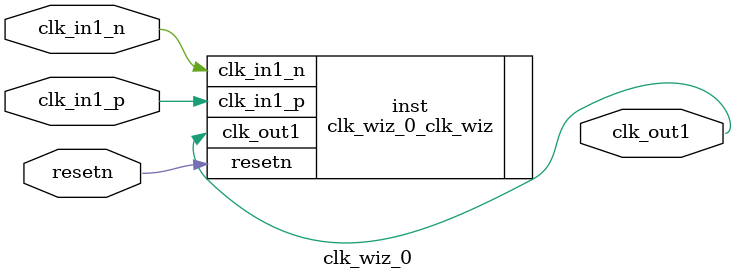
<source format=v>


`timescale 1ps/1ps

(* CORE_GENERATION_INFO = "clk_wiz_0,clk_wiz_v6_0_9_0_0,{component_name=clk_wiz_0,use_phase_alignment=true,use_min_o_jitter=false,use_max_i_jitter=false,use_dyn_phase_shift=false,use_inclk_switchover=false,use_dyn_reconfig=false,enable_axi=0,feedback_source=FDBK_AUTO,PRIMITIVE=MMCM,num_out_clk=1,clkin1_period=5.000,clkin2_period=10.0,use_power_down=false,use_reset=true,use_locked=false,use_inclk_stopped=false,feedback_type=SINGLE,CLOCK_MGR_TYPE=NA,manual_override=false}" *)

module clk_wiz_0 
 (
  // Clock out ports
  output        clk_out1,
  // Status and control signals
  input         resetn,
 // Clock in ports
  input         clk_in1_p,
  input         clk_in1_n
 );

  clk_wiz_0_clk_wiz inst
  (
  // Clock out ports  
  .clk_out1(clk_out1),
  // Status and control signals               
  .resetn(resetn), 
 // Clock in ports
  .clk_in1_p(clk_in1_p),
  .clk_in1_n(clk_in1_n)
  );

endmodule

</source>
